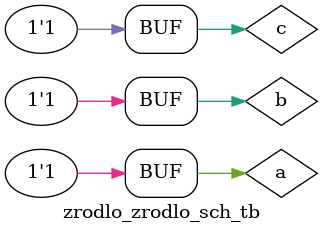
<source format=v>

`timescale 1ns / 1ps

module zrodlo_zrodlo_sch_tb();

// Inputs
   reg a;
   reg b;
   reg c;

// Output
   wire f;

// Bidirs

// Instantiate the UUT
   zrodlo UUT (
		.a(a), 
		.b(b), 
		.c(c), 
		.f(f)
   );
// Initialize Inputs
   initial begin
	a = 0;
	b = 0;
	c= 0;
	#10
	a = 0;
	b = 0;
	c = 1;
	#10
	a = 0;
	b = 1;
	c = 0;
	#10
	a = 0;
	b= 1;
	c = 1;
	#10
	a = 1;
	b= 0;
	c = 0;
	#10
	a = 1;
	b = 0;
	c = 1;
	#10
	a = 1;
	b = 1;
	c = 0;
	#10
	a = 1;
	b = 1;
	c = 1;

end
endmodule

</source>
